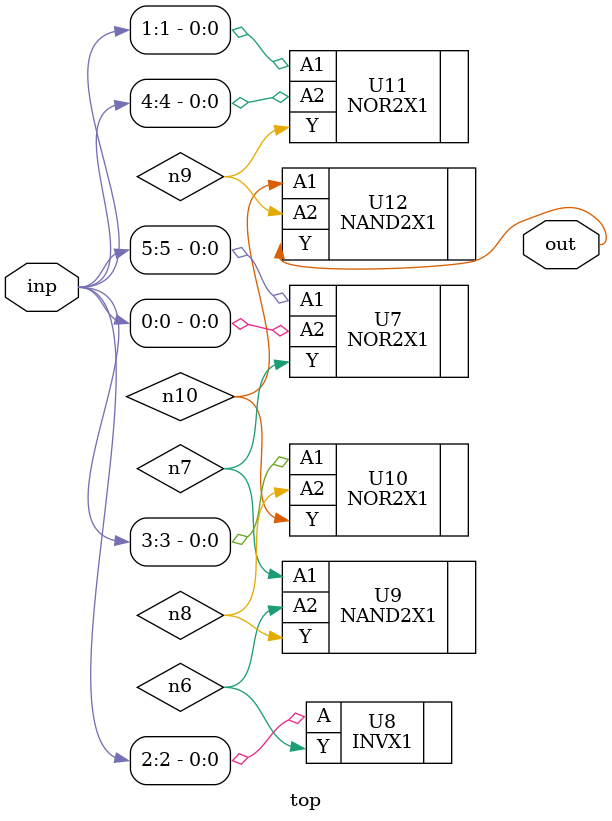
<source format=sv>


module top ( inp, out );
  input [5:0] inp;
  output out;
  wire   n6, n7, n8, n9, n10;

  NOR2X1 U7 ( .A1(inp[5]), .A2(inp[0]), .Y(n7) );
  INVX1 U8 ( .A(inp[2]), .Y(n6) );
  NAND2X1 U9 ( .A1(n7), .A2(n6), .Y(n8) );
  NOR2X1 U10 ( .A1(inp[3]), .A2(n8), .Y(n10) );
  NOR2X1 U11 ( .A1(inp[1]), .A2(inp[4]), .Y(n9) );
  NAND2X1 U12 ( .A1(n10), .A2(n9), .Y(out) );
endmodule


</source>
